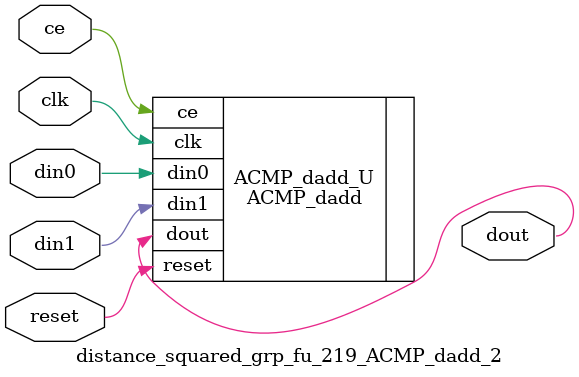
<source format=v>

`timescale 1 ns / 1 ps
module distance_squared_grp_fu_219_ACMP_dadd_2(
    clk,
    reset,
    ce,
    din0,
    din1,
    dout);

parameter ID = 32'd1;
parameter NUM_STAGE = 32'd1;
parameter din0_WIDTH = 32'd1;
parameter din1_WIDTH = 32'd1;
parameter dout_WIDTH = 32'd1;
input clk;
input reset;
input ce;
input[din0_WIDTH - 1:0] din0;
input[din1_WIDTH - 1:0] din1;
output[dout_WIDTH - 1:0] dout;



ACMP_dadd #(
.ID( ID ),
.NUM_STAGE( 5 ),
.din0_WIDTH( din0_WIDTH ),
.din1_WIDTH( din1_WIDTH ),
.dout_WIDTH( dout_WIDTH ))
ACMP_dadd_U(
    .clk( clk ),
    .reset( reset ),
    .ce( ce ),
    .din0( din0 ),
    .din1( din1 ),
    .dout( dout ));

endmodule

</source>
